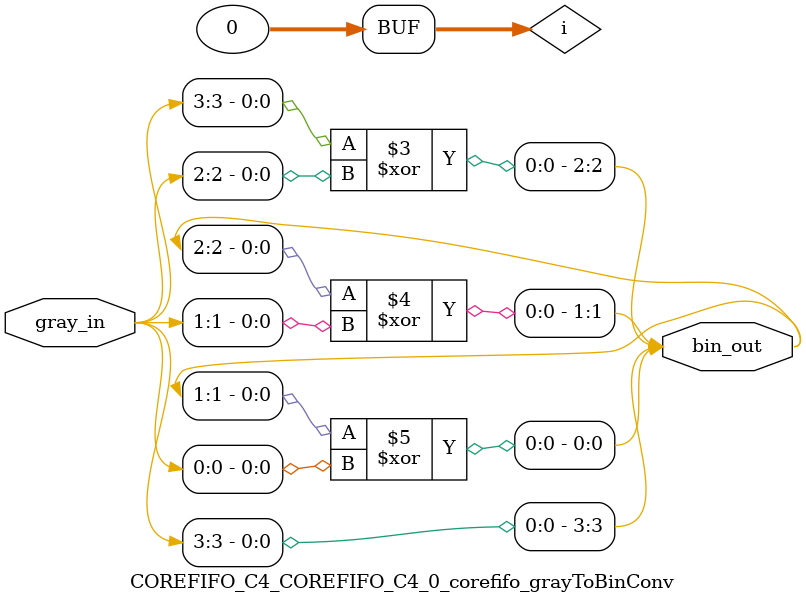
<source format=v>

`timescale 1ns / 100ps

module COREFIFO_C4_COREFIFO_C4_0_corefifo_grayToBinConv(
                                         gray_in,
                                         bin_out
                                        );

   // --------------------------------------------------------------------------
   // Parameter Declaration
   // --------------------------------------------------------------------------
   parameter ADDRWIDTH  = 3;
  // parameter SYNC_RESET = 0;   

   // --------------------------------------------------------------------------
   // I/O Declaration
   // --------------------------------------------------------------------------

   //--------
   // Inputs
   //--------
   input [ADDRWIDTH:0]    gray_in;

   //---------
   // Outputs
   //---------
   output [ADDRWIDTH:0] bin_out;

   // --------------------------------------------------------------------------
   // Internal signals
   // --------------------------------------------------------------------------
   reg [ADDRWIDTH:0]      bin_out;   
   integer                i;
   

   // --------------------------------------------------------------------------
   //                               Start - of - Code
   // --------------------------------------------------------------------------


   // --------------------------------------------------------------------------
   // Logic to Convert the Gray code to Binary
   // --------------------------------------------------------------------------
   always @(*) begin

      bin_out[ADDRWIDTH]  = gray_in[ADDRWIDTH];      

      for(i=ADDRWIDTH;i>0;i = i-1) begin
         bin_out[i-1]     = (bin_out[i] ^ gray_in[i-1]);
      end

   end

endmodule // corefifo_grayToBinConv

// --------------------------------------------------------------------------
//                             End - of - Code
// --------------------------------------------------------------------------

</source>
